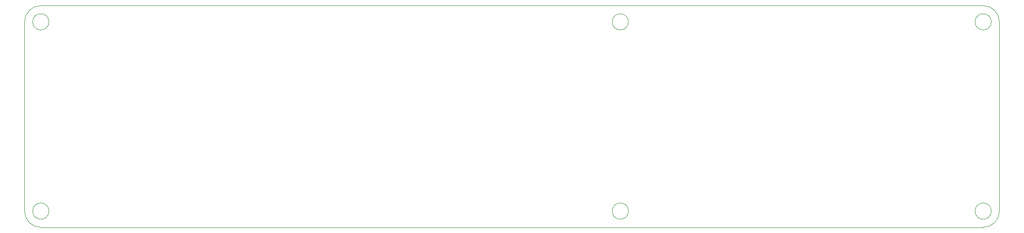
<source format=gbr>
%TF.GenerationSoftware,KiCad,Pcbnew,(5.1.5-131-g305ed0b65)-1*%
%TF.CreationDate,2020-05-02T00:07:12+08:00*%
%TF.ProjectId,NixieController,4e697869-6543-46f6-9e74-726f6c6c6572,rev?*%
%TF.SameCoordinates,Original*%
%TF.FileFunction,Profile,NP*%
%FSLAX46Y46*%
G04 Gerber Fmt 4.6, Leading zero omitted, Abs format (unit mm)*
G04 Created by KiCad (PCBNEW (5.1.5-131-g305ed0b65)-1) date 2020-05-02 00:07:12*
%MOMM*%
%LPD*%
G01*
G04 APERTURE LIST*
%TA.AperFunction,Profile*%
%ADD10C,0.050000*%
%TD*%
G04 APERTURE END LIST*
D10*
X171500000Y-78000000D02*
G75*
G03*
X171500000Y-78000000I-1500000J0D01*
G01*
X171500000Y-113000000D02*
G75*
G03*
X171500000Y-113000000I-1500000J0D01*
G01*
X63000000Y-116000000D02*
G75*
G02*
X60000000Y-113000000I0J3000000D01*
G01*
X60000000Y-78000000D02*
G75*
G02*
X63000000Y-75000000I3000000J0D01*
G01*
X237000000Y-75000000D02*
G75*
G02*
X240000000Y-78000000I0J-3000000D01*
G01*
X240000000Y-113000000D02*
G75*
G02*
X237000000Y-116000000I-3000000J0D01*
G01*
X238500000Y-78000000D02*
G75*
G03*
X238500000Y-78000000I-1500000J0D01*
G01*
X238500000Y-113000000D02*
G75*
G03*
X238500000Y-113000000I-1500000J0D01*
G01*
X64500000Y-113000000D02*
G75*
G03*
X64500000Y-113000000I-1500000J0D01*
G01*
X64500000Y-78000000D02*
G75*
G03*
X64500000Y-78000000I-1500000J0D01*
G01*
X60000000Y-113000000D02*
X60000000Y-78000000D01*
X63000000Y-116000000D02*
X237000000Y-116000000D01*
X240000000Y-113000000D02*
X240000000Y-78000000D01*
X237000000Y-75000000D02*
X63000000Y-75000000D01*
M02*

</source>
